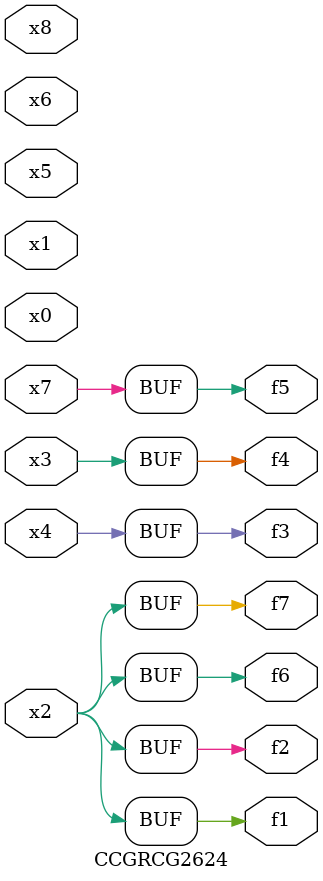
<source format=v>
module CCGRCG2624(
	input x0, x1, x2, x3, x4, x5, x6, x7, x8,
	output f1, f2, f3, f4, f5, f6, f7
);
	assign f1 = x2;
	assign f2 = x2;
	assign f3 = x4;
	assign f4 = x3;
	assign f5 = x7;
	assign f6 = x2;
	assign f7 = x2;
endmodule

</source>
